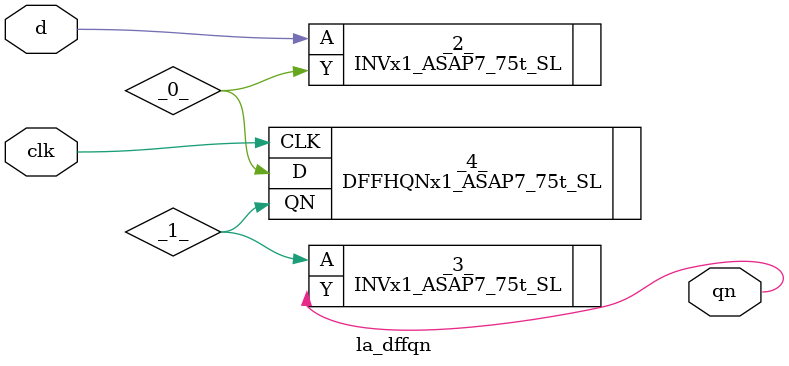
<source format=v>

/* Generated by Yosys 0.40 (git sha1 a1bb0255d, g++ 11.4.0-1ubuntu1~22.04 -fPIC -Os) */

module la_dffqn(d, clk, qn);
  wire _0_;
  wire _1_;
  input clk;
  wire clk;
  input d;
  wire d;
  output qn;
  wire qn;
  INVx1_ASAP7_75t_SL _2_ (
    .A(d),
    .Y(_0_)
  );
  INVx1_ASAP7_75t_SL _3_ (
    .A(_1_),
    .Y(qn)
  );
  DFFHQNx1_ASAP7_75t_SL _4_ (
    .CLK(clk),
    .D(_0_),
    .QN(_1_)
  );
endmodule

</source>
